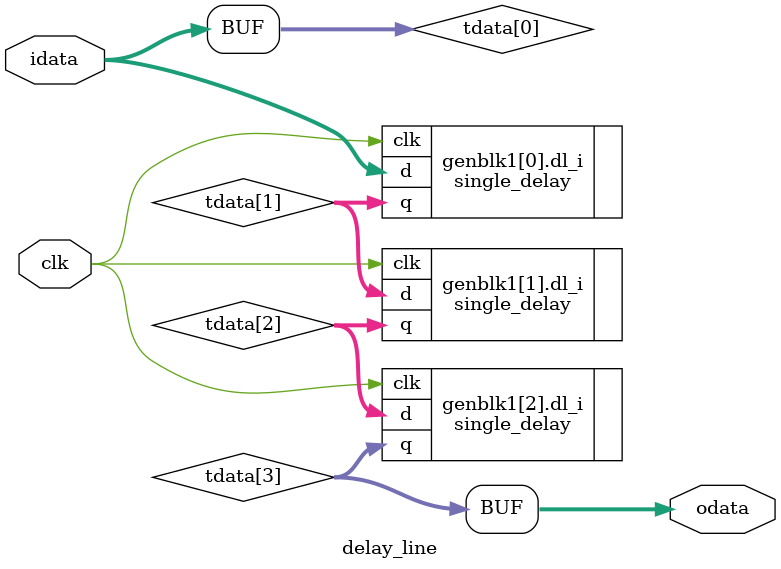
<source format=v>
`timescale 1ns / 1ps


module delay_line
#(
    parameter DELAY = 3,
    parameter N = 4
)
(
    input clk,
    input [N-1:0]idata,
    output [N-1:0]odata
);

wire [N-1:0] tdata [DELAY:0];

genvar i;
generate
    for (i=0;i<DELAY;i=i+1)
    begin
        single_delay 
        #(
            .N(N)
        )
        dl_i
        (
            .clk(clk),
            .d(tdata[i]),
            .q(tdata[i+1])
        );
    end
endgenerate

assign tdata[0] = idata;
assign odata = tdata[DELAY];

endmodule

</source>
